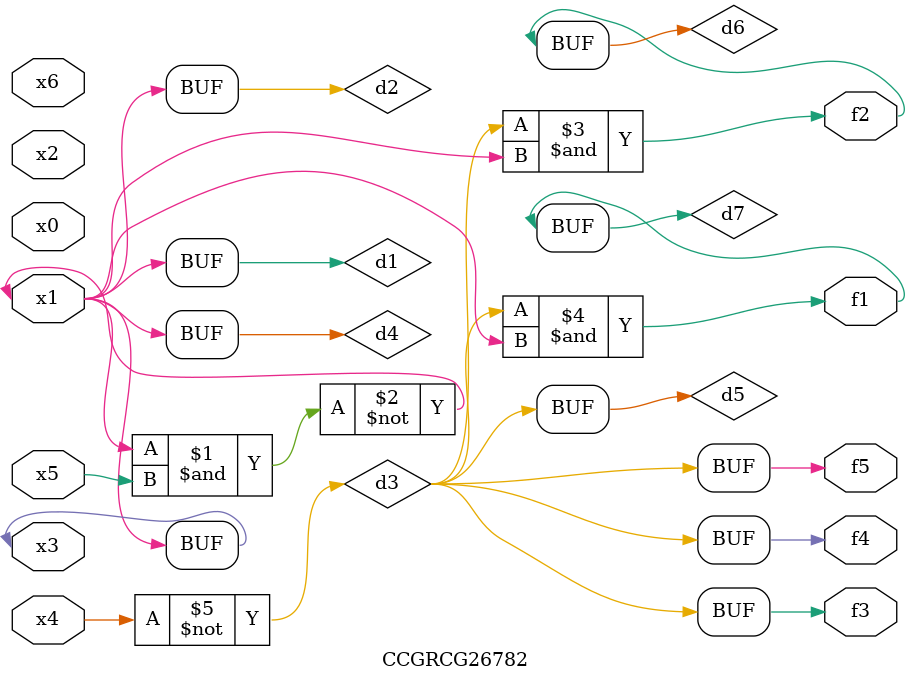
<source format=v>
module CCGRCG26782(
	input x0, x1, x2, x3, x4, x5, x6,
	output f1, f2, f3, f4, f5
);

	wire d1, d2, d3, d4, d5, d6, d7;

	buf (d1, x1, x3);
	nand (d2, x1, x5);
	not (d3, x4);
	buf (d4, d1, d2);
	buf (d5, d3);
	and (d6, d3, d4);
	and (d7, d3, d4);
	assign f1 = d7;
	assign f2 = d6;
	assign f3 = d5;
	assign f4 = d5;
	assign f5 = d5;
endmodule

</source>
